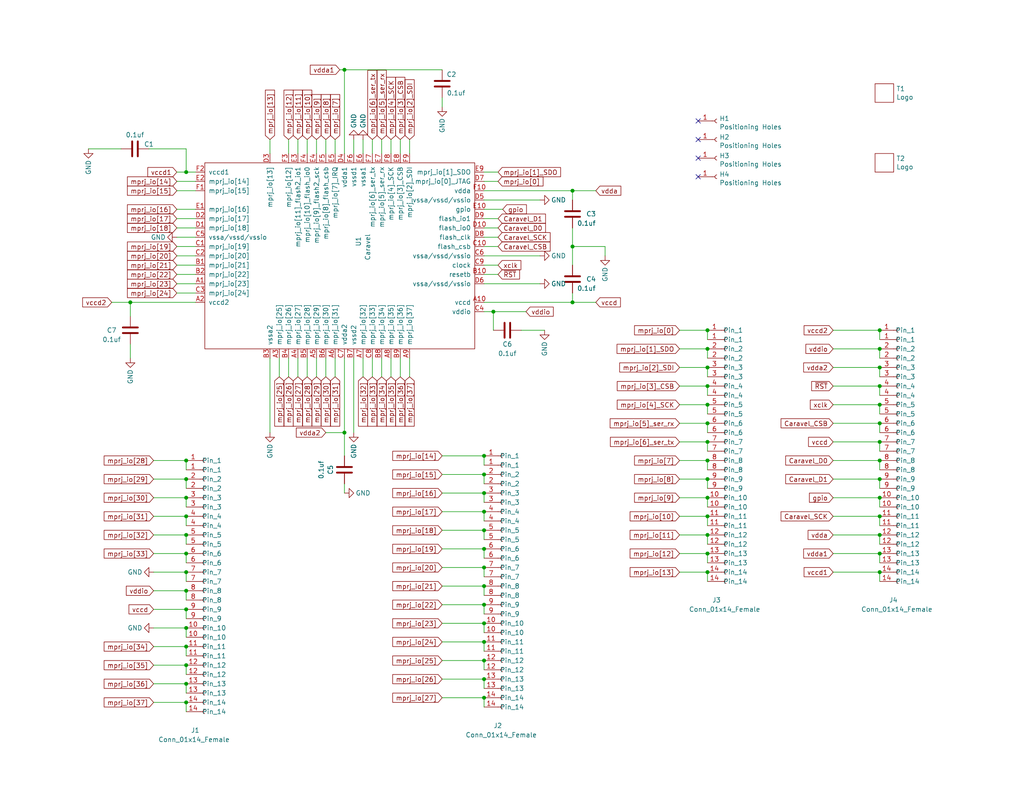
<source format=kicad_sch>
(kicad_sch (version 20211123) (generator eeschema)
  (paper "A")
  (lib_symbols
    (symbol "Caravel:Logo" (pin_names (offset 1.016))
      (property "Reference" "T" (at -1.27 2.54 0))
      (property "Value" "Logo" (at 1.27 -1.27 0))
      (symbol "Logo_0_1"
        (rectangle (start -1.27 1.27) (end 3.81 -3.81))
      )
    )
    (symbol "Caravel_board:Caravel_WCSP" (pin_names (offset 1.016))
      (property "Reference" "U" (at 0 2.54 0))
      (property "Value" "Caravel_WCSP" (at 0 -2.54 0))
      (symbol "Caravel_WCSP_0_1"
        (rectangle (start -24.13 31.75) (end 26.67 -41.91))
      )
      (symbol "Caravel_WCSP_1_1"
        (pin bidirectional line (at -6.35 34.29 270) (length 2.54) (name "mprj_io[23]") (number "A1"))
        (pin power_in line (at -11.43 -44.45 90) (length 2.54) (name "vccd") (number "A10"))
        (pin power_in line (at -11.43 34.29 270) (length 2.54) (name "vccd2") (number "A2"))
        (pin bidirectional line (at -26.67 11.43 0) (length 2.54) (name "mprj_io[25]") (number "A3"))
        (pin bidirectional line (at -26.67 6.35 0) (length 2.54) (name "mprj_io[27]") (number "A4"))
        (pin bidirectional line (at -26.67 1.27 0) (length 2.54) (name "mprj_io[29]") (number "A5"))
        (pin bidirectional line (at -26.67 -3.81 0) (length 2.54) (name "mprj_io[31]") (number "A6"))
        (pin bidirectional line (at -26.67 -11.43 0) (length 2.54) (name "mprj_io[32]") (number "A7"))
        (pin bidirectional line (at -26.67 -19.05 0) (length 2.54) (name "mprj_io[35]") (number "A8"))
        (pin bidirectional line (at -26.67 -24.13 0) (length 2.54) (name "mprj_io[37]") (number "A9"))
        (pin bidirectional line (at -1.27 34.29 270) (length 2.54) (name "mprj_io[21]") (number "B1"))
        (pin input line (at -3.81 -44.45 90) (length 2.54) (name "resetb") (number "B10"))
        (pin bidirectional line (at -3.81 34.29 270) (length 2.54) (name "mprj_io[22]") (number "B2"))
        (pin power_in line (at -26.67 13.97 0) (length 2.54) (name "vssa2") (number "B3"))
        (pin bidirectional line (at -26.67 8.89 0) (length 2.54) (name "mprj_io[26]") (number "B4"))
        (pin bidirectional line (at -26.67 3.81 0) (length 2.54) (name "mprj_io[28]") (number "B5"))
        (pin bidirectional line (at -26.67 -1.27 0) (length 2.54) (name "mprj_io[30]") (number "B6"))
        (pin power_in line (at -26.67 -8.89 0) (length 2.54) (name "vssd2") (number "B7"))
        (pin bidirectional line (at -26.67 -16.51 0) (length 2.54) (name "mprj_io[34]") (number "B8"))
        (pin bidirectional line (at -26.67 -21.59 0) (length 2.54) (name "mprj_io[36]") (number "B9"))
        (pin bidirectional line (at 3.81 34.29 270) (length 2.54) (name "mprj_io[19]") (number "C1"))
        (pin output line (at 3.81 -44.45 90) (length 2.54) (name "flash_csb") (number "C10"))
        (pin bidirectional line (at 1.27 34.29 270) (length 2.54) (name "mprj_io[20]") (number "C2"))
        (pin bidirectional line (at -8.89 34.29 270) (length 2.54) (name "mprj_io[24]") (number "C3"))
        (pin power_in line (at -13.97 -44.45 90) (length 2.54) (name "vddio") (number "C4"))
        (pin power_in line (at 6.35 34.29 270) (length 2.54) (name "vssa/vssd/vssio") (number "C5"))
        (pin power_in line (at 1.27 -44.45 90) (length 2.54) (name "vssa/vssd/vssio") (number "C6"))
        (pin power_in line (at -26.67 -6.35 0) (length 2.54) (name "vdda2") (number "C7"))
        (pin bidirectional line (at -26.67 -13.97 0) (length 2.54) (name "mprj_io[33]") (number "C8"))
        (pin input line (at -1.27 -44.45 90) (length 2.54) (name "clock") (number "C9"))
        (pin bidirectional line (at 8.89 34.29 270) (length 2.54) (name "mprj_io[18]") (number "D1"))
        (pin bidirectional line (at 8.89 -44.45 90) (length 2.54) (name "flash_io0") (number "D10"))
        (pin bidirectional line (at 11.43 34.29 270) (length 2.54) (name "mprj_io[17]") (number "D2"))
        (pin bidirectional line (at 29.21 13.97 180) (length 2.54) (name "mprj_io[13]") (number "D3"))
        (pin power_in line (at 29.21 -6.35 180) (length 2.54) (name "vdda1") (number "D4"))
        (pin power_in line (at 16.51 -44.45 90) (length 2.54) (name "vssa/vssd/vssio") (number "D5"))
        (pin power_in line (at -6.35 -44.45 90) (length 2.54) (name "vssa/vssd/vssio") (number "D6"))
        (pin bidirectional line (at 21.59 -44.45 90) (length 2.54) (name "mprj_io[0]_JTAG") (number "D7"))
        (pin output line (at 6.35 -44.45 90) (length 2.54) (name "flash_clk") (number "D8"))
        (pin bidirectional line (at 11.43 -44.45 90) (length 2.54) (name "flash_io1") (number "D9"))
        (pin bidirectional line (at 13.97 34.29 270) (length 2.54) (name "mprj_io[16]") (number "E1"))
        (pin bidirectional line (at 13.97 -44.45 90) (length 2.54) (name "gpio") (number "E10"))
        (pin bidirectional line (at 21.59 34.29 270) (length 2.54) (name "mprj_io[14]") (number "E2"))
        (pin bidirectional line (at 29.21 6.35 180) (length 2.54) (name "mprj_io[11]_flash2_io1") (number "E3"))
        (pin bidirectional line (at 29.21 1.27 180) (length 2.54) (name "mprj_io[9]_flash2_sck") (number "E4"))
        (pin bidirectional line (at 29.21 -3.81 180) (length 2.54) (name "mprj_io[7]_IRQ") (number "E5"))
        (pin power_in line (at 29.21 -11.43 180) (length 2.54) (name "vssa1") (number "E6"))
        (pin bidirectional line (at 29.21 -16.51 180) (length 2.54) (name "mprj_io[5]_ser_rx") (number "E7"))
        (pin bidirectional line (at 29.21 -21.59 180) (length 2.54) (name "mprj_io[3]_CSB") (number "E8"))
        (pin bidirectional line (at 24.13 -44.45 90) (length 2.54) (name "mprj_io[1]_SDO") (number "E9"))
        (pin bidirectional line (at 19.05 34.29 270) (length 2.54) (name "mprj_io[15]") (number "F1"))
        (pin power_in line (at 19.05 -44.45 90) (length 2.54) (name "vdda") (number "F10"))
        (pin power_in line (at 24.13 34.29 270) (length 2.54) (name "vccd1") (number "F2"))
        (pin bidirectional line (at 29.21 8.89 180) (length 2.54) (name "mprj_io[12]") (number "F3"))
        (pin bidirectional line (at 29.21 3.81 180) (length 2.54) (name "mprj_io[10]_flash_io0") (number "F4"))
        (pin bidirectional line (at 29.21 -1.27 180) (length 2.54) (name "mprj_io[8]_flash_csb") (number "F5"))
        (pin power_in line (at 29.21 -8.89 180) (length 2.54) (name "vssd1") (number "F6"))
        (pin bidirectional line (at 29.21 -13.97 180) (length 2.54) (name "mprj_io[6]_ser_tx") (number "F7"))
        (pin bidirectional line (at 29.21 -19.05 180) (length 2.54) (name "mprj_io[4]_SCK") (number "F8"))
        (pin bidirectional line (at 29.21 -24.13 180) (length 2.54) (name "mprj_io[2]_SDI") (number "F9"))
      )
    )
    (symbol "Caravel_board:caravel_breakout_connectors_1x14"
      (property "Reference" "J" (at 0 -30.48 0))
      (property "Value" "caravel_breakout_connectors_1x14" (at 0 0 0))
      (symbol "caravel_breakout_connectors_1x14_1_1"
        (arc (start 0 -32.512) (mid -0.508 -33.02) (end 0 -33.528) (stroke (width 0.1524)))
        (arc (start 0 -29.972) (mid -0.508 -30.48) (end 0 -30.988) (stroke (width 0.1524)))
        (arc (start 0 -27.432) (mid -0.508 -27.94) (end 0 -28.448) (stroke (width 0.1524)))
        (arc (start 0 -24.892) (mid -0.508 -25.4) (end 0 -25.908) (stroke (width 0.1524)))
        (arc (start 0 -22.352) (mid -0.508 -22.86) (end 0 -23.368) (stroke (width 0.1524)))
        (arc (start 0 -19.812) (mid -0.508 -20.32) (end 0 -20.828) (stroke (width 0.1524)))
        (arc (start 0 -17.272) (mid -0.508 -17.78) (end 0 -18.288) (stroke (width 0.1524)))
        (arc (start 0 -14.732) (mid -0.508 -15.24) (end 0 -15.748) (stroke (width 0.1524)))
        (arc (start 0 -12.192) (mid -0.508 -12.7) (end 0 -13.208) (stroke (width 0.1524)))
        (arc (start 0 -9.652) (mid -0.508 -10.16) (end 0 -10.668) (stroke (width 0.1524)))
        (arc (start 0 -7.112) (mid -0.508 -7.62) (end 0 -8.128) (stroke (width 0.1524)))
        (arc (start 0 -4.572) (mid -0.508 -5.08) (end 0 -5.588) (stroke (width 0.1524)))
        (arc (start 0 -2.032) (mid -0.508 -2.54) (end 0 -3.048) (stroke (width 0.1524)))
        (polyline (pts (xy -1.27 -33.02) (xy -0.508 -33.02)) (stroke (width 0.1524)))
        (polyline (pts (xy -1.27 -30.48) (xy -0.508 -30.48)) (stroke (width 0.1524)))
        (polyline (pts (xy -1.27 -27.94) (xy -0.508 -27.94)) (stroke (width 0.1524)))
        (polyline (pts (xy -1.27 -25.4) (xy -0.508 -25.4)) (stroke (width 0.1524)))
        (polyline (pts (xy -1.27 -22.86) (xy -0.508 -22.86)) (stroke (width 0.1524)))
        (polyline (pts (xy -1.27 -20.32) (xy -0.508 -20.32)) (stroke (width 0.1524)))
        (polyline (pts (xy -1.27 -17.78) (xy -0.508 -17.78)) (stroke (width 0.1524)))
        (polyline (pts (xy -1.27 -15.24) (xy -0.508 -15.24)) (stroke (width 0.1524)))
        (polyline (pts (xy -1.27 -12.7) (xy -0.508 -12.7)) (stroke (width 0.1524)))
        (polyline (pts (xy -1.27 -10.16) (xy -0.508 -10.16)) (stroke (width 0.1524)))
        (polyline (pts (xy -1.27 -7.62) (xy -0.508 -7.62)) (stroke (width 0.1524)))
        (polyline (pts (xy -1.27 -5.08) (xy -0.508 -5.08)) (stroke (width 0.1524)))
        (polyline (pts (xy -1.27 -2.54) (xy -0.508 -2.54)) (stroke (width 0.1524)))
        (polyline (pts (xy -1.27 0) (xy -0.508 0)) (stroke (width 0.1524)))
        (polyline (pts (xy -1.27 2.54) (xy -0.508 2.54)) (stroke (width 0.1524)))
        (polyline (pts (xy -1.27 5.08) (xy -0.508 5.08)) (stroke (width 0.1524)))
        (polyline (pts (xy -1.27 7.62) (xy -0.508 7.62)) (stroke (width 0.1524)))
        (polyline (pts (xy -1.27 10.16) (xy -0.508 10.16)) (stroke (width 0.1524)))
        (polyline (pts (xy -1.27 12.7) (xy -0.508 12.7)) (stroke (width 0.1524)))
        (polyline (pts (xy -1.27 15.24) (xy -0.508 15.24)) (stroke (width 0.1524)))
        (polyline (pts (xy -1.27 17.78) (xy -0.508 17.78)) (stroke (width 0.1524)))
        (polyline (pts (xy -1.27 20.32) (xy -0.508 20.32)) (stroke (width 0.1524)))
        (polyline (pts (xy -1.27 22.86) (xy -0.508 22.86)) (stroke (width 0.1524)))
        (polyline (pts (xy -1.27 25.4) (xy -0.508 25.4)) (stroke (width 0.1524)))
        (polyline (pts (xy -1.27 27.94) (xy -0.508 27.94)) (stroke (width 0.1524)))
        (polyline (pts (xy -1.27 30.48) (xy -0.508 30.48)) (stroke (width 0.1524)))
        (polyline (pts (xy -1.27 33.02) (xy -0.508 33.02)) (stroke (width 0.1524)))
        (polyline (pts (xy -1.27 35.56) (xy -0.508 35.56)) (stroke (width 0.1524)))
        (arc (start 0 0.508) (mid -0.508 0) (end 0 -0.508) (stroke (width 0.1524)))
        (arc (start 0 3.048) (mid -0.508 2.54) (end 0 2.032) (stroke (width 0.1524)))
        (arc (start 0 5.588) (mid -0.508 5.08) (end 0 4.572) (stroke (width 0.1524)))
        (arc (start 0 8.128) (mid -0.508 7.62) (end 0 7.112) (stroke (width 0.1524)))
        (arc (start 0 10.668) (mid -0.508 10.16) (end 0 9.652) (stroke (width 0.1524)))
        (arc (start 0 13.208) (mid -0.508 12.7) (end 0 12.192) (stroke (width 0.1524)))
        (arc (start 0 15.748) (mid -0.508 15.24) (end 0 14.732) (stroke (width 0.1524)))
        (arc (start 0 18.288) (mid -0.508 17.78) (end 0 17.272) (stroke (width 0.1524)))
        (arc (start 0 20.828) (mid -0.508 20.32) (end 0 19.812) (stroke (width 0.1524)))
        (arc (start 0 23.368) (mid -0.508 22.86) (end 0 22.352) (stroke (width 0.1524)))
        (arc (start 0 25.908) (mid -0.508 25.4) (end 0 24.892) (stroke (width 0.1524)))
        (arc (start 0 28.448) (mid -0.508 27.94) (end 0 27.432) (stroke (width 0.1524)))
        (arc (start 0 30.988) (mid -0.508 30.48) (end 0 29.972) (stroke (width 0.1524)))
        (arc (start 0 33.528) (mid -0.508 33.02) (end 0 32.512) (stroke (width 0.1524)))
        (arc (start 0 36.068) (mid -0.508 35.56) (end 0 35.052) (stroke (width 0.1524)))
        (pin passive line (at -5.08 33.02 0) (length 3.81) (name "Pin_1") (number "1"))
        (pin passive line (at -5.08 35.56 0) (length 3.81) (name "Pin_1") (number "1"))
        (pin passive line (at -5.08 -12.7 0) (length 3.81) (name "Pin_10") (number "10"))
        (pin passive line (at -5.08 -10.16 0) (length 3.81) (name "Pin_10") (number "10"))
        (pin passive line (at -5.08 -17.78 0) (length 3.81) (name "Pin_11") (number "11"))
        (pin passive line (at -5.08 -15.24 0) (length 3.81) (name "Pin_11") (number "11"))
        (pin passive line (at -5.08 -22.86 0) (length 3.81) (name "Pin_12") (number "12"))
        (pin passive line (at -5.08 -20.32 0) (length 3.81) (name "Pin_12") (number "12"))
        (pin passive line (at -5.08 -27.94 0) (length 3.81) (name "Pin_13") (number "13"))
        (pin passive line (at -5.08 -25.4 0) (length 3.81) (name "Pin_13") (number "13"))
        (pin passive line (at -5.08 -33.02 0) (length 3.81) (name "Pin_14") (number "14"))
        (pin passive line (at -5.08 -30.48 0) (length 3.81) (name "Pin_14") (number "14"))
        (pin passive line (at -5.08 27.94 0) (length 3.81) (name "Pin_2") (number "2"))
        (pin passive line (at -5.08 30.48 0) (length 3.81) (name "Pin_2") (number "2"))
        (pin passive line (at -5.08 22.86 0) (length 3.81) (name "Pin_3") (number "3"))
        (pin passive line (at -5.08 25.4 0) (length 3.81) (name "Pin_3") (number "3"))
        (pin passive line (at -5.08 17.78 0) (length 3.81) (name "Pin_4") (number "4"))
        (pin passive line (at -5.08 20.32 0) (length 3.81) (name "Pin_4") (number "4"))
        (pin passive line (at -5.08 12.7 0) (length 3.81) (name "Pin_5") (number "5"))
        (pin passive line (at -5.08 15.24 0) (length 3.81) (name "Pin_5") (number "5"))
        (pin passive line (at -5.08 7.62 0) (length 3.81) (name "Pin_6") (number "6"))
        (pin passive line (at -5.08 10.16 0) (length 3.81) (name "Pin_6") (number "6"))
        (pin passive line (at -5.08 2.54 0) (length 3.81) (name "Pin_7") (number "7"))
        (pin passive line (at -5.08 5.08 0) (length 3.81) (name "Pin_7") (number "7"))
        (pin passive line (at -5.08 -2.54 0) (length 3.81) (name "Pin_8") (number "8"))
        (pin passive line (at -5.08 0 0) (length 3.81) (name "Pin_8") (number "8"))
        (pin passive line (at -5.08 -7.62 0) (length 3.81) (name "Pin_9") (number "9"))
        (pin passive line (at -5.08 -5.08 0) (length 3.81) (name "Pin_9") (number "9"))
      )
    )
    (symbol "Connector:Conn_01x01_Female" (pin_names (offset 1.016) hide)
      (property "Reference" "J" (at 0 2.54 0))
      (property "Value" "Conn_01x01_Female" (at 0 -2.54 0))
      (symbol "Conn_01x01_Female_1_1"
        (polyline (pts (xy -1.27 0) (xy -0.508 0)) (stroke (width 0.1524)))
        (arc (start 0 0.508) (mid -0.508 0) (end 0 -0.508) (stroke (width 0.1524)))
        (pin passive line (at -5.08 0 0) (length 3.81) (name "Pin_1") (number "1"))
      )
    )
    (symbol "Device:C" (pin_numbers hide) (pin_names (offset 0.254))
      (property "Reference" "C" (at 0.635 2.54 0))
      (property "Value" "C" (at 0.635 -2.54 0))
      (symbol "C_0_1"
        (polyline (pts (xy -2.032 -0.762) (xy 2.032 -0.762)) (stroke (width 0.508)))
        (polyline (pts (xy -2.032 0.762) (xy 2.032 0.762)) (stroke (width 0.508)))
      )
      (symbol "C_1_1"
        (pin passive line (at 0 3.81 270) (length 2.794) (name "~") (number "1"))
        (pin passive line (at 0 -3.81 90) (length 2.794) (name "~") (number "2"))
      )
    )
    (symbol "power:GND" (power) (pin_names (offset 0))
      (property "Value" "GND" (at 0 -3.81 0))
      (symbol "GND_0_1"
        (polyline (pts (xy 0 0) (xy 0 -1.27) (xy 1.27 -1.27) (xy 0 -2.54) (xy -1.27 -1.27) (xy 0 -1.27)))
      )
      (symbol "GND_1_1"
        (pin power_in line (at 0 0 270) (length 0) hide (name "GND") (number "1"))
      )
    )
  )
  (junction (at 193.04 90.17))
  (junction (at 240.03 140.97))
  (junction (at 132.08 175.26))
  (junction (at 50.8 130.81))
  (junction (at 50.8 161.29))
  (junction (at 193.04 140.97))
  (junction (at 50.8 176.53))
  (junction (at 193.04 125.73))
  (junction (at 193.04 95.25))
  (junction (at 156.21 67.31))
  (junction (at 50.8 151.13))
  (junction (at 240.03 100.33))
  (junction (at 240.03 135.89))
  (junction (at 240.03 130.81))
  (junction (at 50.8 166.37))
  (junction (at 132.08 170.18))
  (junction (at 132.08 144.78))
  (junction (at 132.08 185.42))
  (junction (at 240.03 156.21))
  (junction (at 193.04 130.81))
  (junction (at 240.03 125.73))
  (junction (at 132.08 190.5))
  (junction (at 193.04 156.21))
  (junction (at 132.08 160.02))
  (junction (at 35.56 82.55))
  (junction (at 50.8 191.77))
  (junction (at 132.08 139.7))
  (junction (at 240.03 115.57))
  (junction (at 132.08 149.86))
  (junction (at 132.08 165.1))
  (junction (at 240.03 90.17))
  (junction (at 132.08 154.94))
  (junction (at 132.08 124.46))
  (junction (at 193.04 120.65))
  (junction (at 50.8 46.99))
  (junction (at 156.21 82.55))
  (junction (at 240.03 95.25))
  (junction (at 50.8 156.21))
  (junction (at 240.03 110.49))
  (junction (at 193.04 146.05))
  (junction (at 240.03 146.05))
  (junction (at 50.8 135.89))
  (junction (at 240.03 105.41))
  (junction (at 93.98 118.11))
  (junction (at 240.03 120.65))
  (junction (at 193.04 100.33))
  (junction (at 193.04 135.89))
  (junction (at 132.08 129.54))
  (junction (at 240.03 151.13))
  (junction (at 93.98 19.05))
  (junction (at 50.8 186.69))
  (junction (at 193.04 115.57))
  (junction (at 156.21 52.07))
  (junction (at 132.08 180.34))
  (junction (at 50.8 140.97))
  (junction (at 50.8 171.45))
  (junction (at 132.08 134.62))
  (junction (at 193.04 110.49))
  (junction (at 50.8 146.05))
  (junction (at 50.8 181.61))
  (junction (at 193.04 151.13))
  (junction (at 193.04 105.41))
  (junction (at 50.8 125.73))
  (junction (at 134.62 85.09))
  (no_connect (at 190.5 43.18))
  (no_connect (at 190.5 48.26))
  (no_connect (at 190.5 38.1))
  (no_connect (at 190.5 33.02))
  (wire (pts (xy 132.08 170.18) (xy 132.08 172.72)))
  (wire (pts (xy 50.8 181.61) (xy 50.8 184.15)))
  (wire (pts (xy 240.03 158.75) (xy 240.03 156.21)))
  (wire (pts (xy 156.21 82.55) (xy 132.08 82.55)))
  (wire (pts (xy 240.03 138.43) (xy 240.03 135.89)))
  (wire (pts (xy 193.04 146.05) (xy 193.04 148.59)))
  (wire (pts (xy 132.08 129.54) (xy 120.65 129.54)))
  (wire (pts (xy 185.42 156.21) (xy 193.04 156.21)))
  (wire (pts (xy 135.89 49.53) (xy 132.08 49.53)))
  (wire (pts (xy 193.04 107.95) (xy 193.04 105.41)))
  (wire (pts (xy 50.8 161.29) (xy 41.91 161.29)))
  (wire (pts (xy 156.21 52.07) (xy 156.21 54.61)))
  (wire (pts (xy 193.04 113.03) (xy 193.04 110.49)))
  (wire (pts (xy 50.8 151.13) (xy 50.8 153.67)))
  (wire (pts (xy 120.65 190.5) (xy 132.08 190.5)))
  (wire (pts (xy 109.22 38.1) (xy 109.22 41.91)))
  (wire (pts (xy 78.74 102.87) (xy 78.74 97.79)))
  (wire (pts (xy 193.04 135.89) (xy 193.04 138.43)))
  (wire (pts (xy 88.9 38.1) (xy 88.9 41.91)))
  (wire (pts (xy 53.34 80.01) (xy 48.26 80.01)))
  (wire (pts (xy 83.82 38.1) (xy 83.82 41.91)))
  (wire (pts (xy 73.66 38.1) (xy 73.66 41.91)))
  (wire (pts (xy 35.56 93.98) (xy 35.56 97.79)))
  (wire (pts (xy 193.04 123.19) (xy 193.04 120.65)))
  (wire (pts (xy 35.56 82.55) (xy 53.34 82.55)))
  (wire (pts (xy 50.8 130.81) (xy 50.8 133.35)))
  (wire (pts (xy 227.33 110.49) (xy 240.03 110.49)))
  (wire (pts (xy 135.89 64.77) (xy 132.08 64.77)))
  (wire (pts (xy 88.9 102.87) (xy 88.9 97.79)))
  (wire (pts (xy 83.82 102.87) (xy 83.82 97.79)))
  (wire (pts (xy 185.42 115.57) (xy 193.04 115.57)))
  (wire (pts (xy 134.62 85.09) (xy 134.62 90.17)))
  (wire (pts (xy 240.03 118.11) (xy 240.03 115.57)))
  (wire (pts (xy 50.8 191.77) (xy 50.8 194.31)))
  (wire (pts (xy 78.74 38.1) (xy 78.74 41.91)))
  (wire (pts (xy 50.8 166.37) (xy 41.91 166.37)))
  (wire (pts (xy 104.14 38.1) (xy 104.14 41.91)))
  (wire (pts (xy 185.42 100.33) (xy 193.04 100.33)))
  (wire (pts (xy 240.03 143.51) (xy 240.03 140.97)))
  (wire (pts (xy 50.8 156.21) (xy 41.91 156.21)))
  (wire (pts (xy 132.08 160.02) (xy 120.65 160.02)))
  (wire (pts (xy 41.91 130.81) (xy 50.8 130.81)))
  (wire (pts (xy 227.33 151.13) (xy 240.03 151.13)))
  (wire (pts (xy 50.8 125.73) (xy 50.8 128.27)))
  (wire (pts (xy 240.03 102.87) (xy 240.03 100.33)))
  (wire (pts (xy 148.59 90.17) (xy 142.24 90.17)))
  (wire (pts (xy 227.33 115.57) (xy 240.03 115.57)))
  (wire (pts (xy 227.33 120.65) (xy 240.03 120.65)))
  (wire (pts (xy 227.33 146.05) (xy 240.03 146.05)))
  (wire (pts (xy 193.04 133.35) (xy 193.04 130.81)))
  (wire (pts (xy 50.8 171.45) (xy 41.91 171.45)))
  (wire (pts (xy 106.68 38.1) (xy 106.68 41.91)))
  (wire (pts (xy 185.42 95.25) (xy 193.04 95.25)))
  (wire (pts (xy 134.62 85.09) (xy 132.08 85.09)))
  (wire (pts (xy 132.08 149.86) (xy 132.08 152.4)))
  (wire (pts (xy 165.1 67.31) (xy 165.1 69.85)))
  (wire (pts (xy 41.91 181.61) (xy 50.8 181.61)))
  (wire (pts (xy 120.65 175.26) (xy 132.08 175.26)))
  (wire (pts (xy 132.08 165.1) (xy 132.08 167.64)))
  (wire (pts (xy 48.26 46.99) (xy 50.8 46.99)))
  (wire (pts (xy 41.91 191.77) (xy 50.8 191.77)))
  (wire (pts (xy 50.8 146.05) (xy 50.8 148.59)))
  (wire (pts (xy 240.03 113.03) (xy 240.03 110.49)))
  (wire (pts (xy 132.08 149.86) (xy 120.65 149.86)))
  (wire (pts (xy 53.34 69.85) (xy 48.26 69.85)))
  (wire (pts (xy 50.8 46.99) (xy 50.8 40.64)))
  (wire (pts (xy 134.62 85.09) (xy 143.51 85.09)))
  (wire (pts (xy 50.8 186.69) (xy 41.91 186.69)))
  (wire (pts (xy 50.8 140.97) (xy 50.8 143.51)))
  (wire (pts (xy 193.04 128.27) (xy 193.04 125.73)))
  (wire (pts (xy 227.33 130.81) (xy 240.03 130.81)))
  (wire (pts (xy 193.04 97.79) (xy 193.04 95.25)))
  (wire (pts (xy 93.98 19.05) (xy 92.71 19.05)))
  (wire (pts (xy 53.34 49.53) (xy 48.26 49.53)))
  (wire (pts (xy 193.04 151.13) (xy 193.04 153.67)))
  (wire (pts (xy 135.89 67.31) (xy 132.08 67.31)))
  (wire (pts (xy 240.03 123.19) (xy 240.03 120.65)))
  (wire (pts (xy 96.52 41.91) (xy 96.52 38.1)))
  (wire (pts (xy 50.8 135.89) (xy 50.8 138.43)))
  (wire (pts (xy 193.04 92.71) (xy 193.04 90.17)))
  (wire (pts (xy 156.21 67.31) (xy 165.1 67.31)))
  (wire (pts (xy 193.04 156.21) (xy 193.04 158.75)))
  (wire (pts (xy 240.03 107.95) (xy 240.03 105.41)))
  (wire (pts (xy 104.14 102.87) (xy 104.14 97.79)))
  (wire (pts (xy 185.42 120.65) (xy 193.04 120.65)))
  (wire (pts (xy 132.08 190.5) (xy 132.08 193.04)))
  (wire (pts (xy 147.32 69.85) (xy 132.08 69.85)))
  (wire (pts (xy 132.08 175.26) (xy 132.08 177.8)))
  (wire (pts (xy 132.08 134.62) (xy 132.08 137.16)))
  (wire (pts (xy 147.32 77.47) (xy 132.08 77.47)))
  (wire (pts (xy 132.08 52.07) (xy 156.21 52.07)))
  (wire (pts (xy 53.34 62.23) (xy 48.26 62.23)))
  (wire (pts (xy 48.26 64.77) (xy 53.34 64.77)))
  (wire (pts (xy 86.36 102.87) (xy 86.36 97.79)))
  (wire (pts (xy 48.26 52.07) (xy 53.34 52.07)))
  (wire (pts (xy 147.32 54.61) (xy 132.08 54.61)))
  (wire (pts (xy 185.42 151.13) (xy 193.04 151.13)))
  (wire (pts (xy 50.8 46.99) (xy 53.34 46.99)))
  (wire (pts (xy 193.04 118.11) (xy 193.04 115.57)))
  (wire (pts (xy 185.42 110.49) (xy 193.04 110.49)))
  (wire (pts (xy 132.08 185.42) (xy 132.08 187.96)))
  (wire (pts (xy 53.34 59.69) (xy 48.26 59.69)))
  (wire (pts (xy 185.42 135.89) (xy 193.04 135.89)))
  (wire (pts (xy 135.89 59.69) (xy 132.08 59.69)))
  (wire (pts (xy 50.8 176.53) (xy 50.8 179.07)))
  (wire (pts (xy 132.08 180.34) (xy 132.08 182.88)))
  (wire (pts (xy 137.16 57.15) (xy 132.08 57.15)))
  (wire (pts (xy 93.98 19.05) (xy 120.65 19.05)))
  (wire (pts (xy 227.33 100.33) (xy 240.03 100.33)))
  (wire (pts (xy 53.34 77.47) (xy 48.26 77.47)))
  (wire (pts (xy 86.36 38.1) (xy 86.36 41.91)))
  (wire (pts (xy 50.8 156.21) (xy 50.8 158.75)))
  (wire (pts (xy 50.8 186.69) (xy 50.8 189.23)))
  (wire (pts (xy 185.42 105.41) (xy 193.04 105.41)))
  (wire (pts (xy 135.89 74.93) (xy 132.08 74.93)))
  (wire (pts (xy 93.98 118.11) (xy 88.9 118.11)))
  (wire (pts (xy 185.42 140.97) (xy 193.04 140.97)))
  (wire (pts (xy 93.98 19.05) (xy 93.98 41.91)))
  (wire (pts (xy 240.03 92.71) (xy 240.03 90.17)))
  (wire (pts (xy 109.22 102.87) (xy 109.22 97.79)))
  (wire (pts (xy 81.28 38.1) (xy 81.28 41.91)))
  (wire (pts (xy 132.08 154.94) (xy 132.08 157.48)))
  (wire (pts (xy 35.56 82.55) (xy 30.48 82.55)))
  (wire (pts (xy 135.89 46.99) (xy 132.08 46.99)))
  (wire (pts (xy 53.34 74.93) (xy 48.26 74.93)))
  (wire (pts (xy 132.08 139.7) (xy 120.65 139.7)))
  (wire (pts (xy 240.03 153.67) (xy 240.03 151.13)))
  (wire (pts (xy 91.44 102.87) (xy 91.44 97.79)))
  (wire (pts (xy 53.34 72.39) (xy 48.26 72.39)))
  (wire (pts (xy 132.08 170.18) (xy 120.65 170.18)))
  (wire (pts (xy 240.03 133.35) (xy 240.03 130.81)))
  (wire (pts (xy 240.03 148.59) (xy 240.03 146.05)))
  (wire (pts (xy 50.8 40.64) (xy 40.64 40.64)))
  (wire (pts (xy 132.08 144.78) (xy 120.65 144.78)))
  (wire (pts (xy 227.33 135.89) (xy 240.03 135.89)))
  (wire (pts (xy 93.98 118.11) (xy 93.98 97.79)))
  (wire (pts (xy 93.98 124.46) (xy 93.98 118.11)))
  (wire (pts (xy 227.33 140.97) (xy 240.03 140.97)))
  (wire (pts (xy 81.28 102.87) (xy 81.28 97.79)))
  (wire (pts (xy 227.33 156.21) (xy 240.03 156.21)))
  (wire (pts (xy 132.08 160.02) (xy 132.08 162.56)))
  (wire (pts (xy 227.33 105.41) (xy 240.03 105.41)))
  (wire (pts (xy 156.21 67.31) (xy 156.21 72.39)))
  (wire (pts (xy 120.65 185.42) (xy 132.08 185.42)))
  (wire (pts (xy 50.8 171.45) (xy 50.8 173.99)))
  (wire (pts (xy 41.91 135.89) (xy 50.8 135.89)))
  (wire (pts (xy 35.56 82.55) (xy 35.56 86.36)))
  (wire (pts (xy 76.2 102.87) (xy 76.2 97.79)))
  (wire (pts (xy 50.8 166.37) (xy 50.8 168.91)))
  (wire (pts (xy 135.89 72.39) (xy 132.08 72.39)))
  (wire (pts (xy 132.08 124.46) (xy 132.08 127)))
  (wire (pts (xy 41.91 125.73) (xy 50.8 125.73)))
  (wire (pts (xy 185.42 130.81) (xy 193.04 130.81)))
  (wire (pts (xy 111.76 102.87) (xy 111.76 97.79)))
  (wire (pts (xy 41.91 146.05) (xy 50.8 146.05)))
  (wire (pts (xy 132.08 180.34) (xy 120.65 180.34)))
  (wire (pts (xy 162.56 82.55) (xy 156.21 82.55)))
  (wire (pts (xy 120.65 29.21) (xy 120.65 26.67)))
  (wire (pts (xy 156.21 62.23) (xy 156.21 67.31)))
  (wire (pts (xy 101.6 102.87) (xy 101.6 97.79)))
  (wire (pts (xy 101.6 38.1) (xy 101.6 41.91)))
  (wire (pts (xy 185.42 146.05) (xy 193.04 146.05)))
  (wire (pts (xy 93.98 132.08) (xy 93.98 134.62)))
  (wire (pts (xy 185.42 90.17) (xy 193.04 90.17)))
  (wire (pts (xy 132.08 139.7) (xy 132.08 142.24)))
  (wire (pts (xy 240.03 128.27) (xy 240.03 125.73)))
  (wire (pts (xy 50.8 161.29) (xy 50.8 163.83)))
  (wire (pts (xy 227.33 125.73) (xy 240.03 125.73)))
  (wire (pts (xy 96.52 118.11) (xy 96.52 97.79)))
  (wire (pts (xy 193.04 140.97) (xy 193.04 143.51)))
  (wire (pts (xy 240.03 90.17) (xy 227.33 90.17)))
  (wire (pts (xy 99.06 102.87) (xy 99.06 97.79)))
  (wire (pts (xy 193.04 102.87) (xy 193.04 100.33)))
  (wire (pts (xy 227.33 95.25) (xy 240.03 95.25)))
  (wire (pts (xy 41.91 140.97) (xy 50.8 140.97)))
  (wire (pts (xy 240.03 97.79) (xy 240.03 95.25)))
  (wire (pts (xy 106.68 102.87) (xy 106.68 97.79)))
  (wire (pts (xy 132.08 144.78) (xy 132.08 147.32)))
  (wire (pts (xy 120.65 165.1) (xy 132.08 165.1)))
  (wire (pts (xy 111.76 41.91) (xy 111.76 38.1)))
  (wire (pts (xy 24.13 40.64) (xy 33.02 40.64)))
  (wire (pts (xy 162.56 52.07) (xy 156.21 52.07)))
  (wire (pts (xy 73.66 118.11) (xy 73.66 97.79)))
  (wire (pts (xy 53.34 57.15) (xy 48.26 57.15)))
  (wire (pts (xy 41.91 176.53) (xy 50.8 176.53)))
  (wire (pts (xy 185.42 125.73) (xy 193.04 125.73)))
  (wire (pts (xy 41.91 151.13) (xy 50.8 151.13)))
  (wire (pts (xy 132.08 124.46) (xy 120.65 124.46)))
  (wire (pts (xy 132.08 134.62) (xy 120.65 134.62)))
  (wire (pts (xy 135.89 62.23) (xy 132.08 62.23)))
  (wire (pts (xy 53.34 67.31) (xy 48.26 67.31)))
  (wire (pts (xy 132.08 129.54) (xy 132.08 132.08)))
  (wire (pts (xy 132.08 154.94) (xy 120.65 154.94)))
  (wire (pts (xy 99.06 38.1) (xy 99.06 41.91)))
  (wire (pts (xy 91.44 38.1) (xy 91.44 41.91)))
  (wire (pts (xy 156.21 80.01) (xy 156.21 82.55)))
  (global_label "mprj_io[1]_SDO" (shape input) (at 135.89 46.99 0) (property "Intersheet References" "${INTERSHEET_REFS}" (effects hide)))
  (global_label "mprj_io[21]" (shape input) (at 120.65 160.02 180) (property "Intersheet References" "${INTERSHEET_REFS}" (effects hide)))
  (global_label "gpio" (shape input) (at 137.16 57.15 0) (property "Intersheet References" "${INTERSHEET_REFS}" (effects hide)))
  (global_label "mprj_io[17]" (shape input) (at 48.26 59.69 180) (property "Intersheet References" "${INTERSHEET_REFS}" (effects hide)))
  (global_label "mprj_io[32]" (shape input) (at 99.06 102.87 270) (property "Intersheet References" "${INTERSHEET_REFS}" (effects hide)))
  (global_label "vdda" (shape input) (at 227.33 146.05 180) (property "Intersheet References" "${INTERSHEET_REFS}" (effects hide)))
  (global_label "vddio" (shape input) (at 41.91 161.29 180) (property "Intersheet References" "${INTERSHEET_REFS}" (effects hide)))
  (global_label "mprj_io[1]_SDO" (shape input) (at 185.42 95.25 180) (property "Intersheet References" "${INTERSHEET_REFS}" (effects hide)))
  (global_label "mprj_io[35]" (shape input) (at 106.68 102.87 270) (property "Intersheet References" "${INTERSHEET_REFS}" (effects hide)))
  (global_label "mprj_io[37]" (shape input) (at 111.76 102.87 270) (property "Intersheet References" "${INTERSHEET_REFS}" (effects hide)))
  (global_label "vccd" (shape input) (at 227.33 120.65 180) (property "Intersheet References" "${INTERSHEET_REFS}" (effects hide)))
  (global_label "mprj_io[12]" (shape input) (at 78.74 38.1 90) (property "Intersheet References" "${INTERSHEET_REFS}" (effects hide)))
  (global_label "vccd" (shape input) (at 41.91 166.37 180) (property "Intersheet References" "${INTERSHEET_REFS}" (effects hide)))
  (global_label "mprj_io[33]" (shape input) (at 101.6 102.87 270) (property "Intersheet References" "${INTERSHEET_REFS}" (effects hide)))
  (global_label "mprj_io[3]_CSB" (shape input) (at 185.42 105.41 180) (property "Intersheet References" "${INTERSHEET_REFS}" (effects hide)))
  (global_label "vdda" (shape input) (at 162.56 52.07 0) (property "Intersheet References" "${INTERSHEET_REFS}" (effects hide)))
  (global_label "mprj_io[13]" (shape input) (at 73.66 38.1 90) (property "Intersheet References" "${INTERSHEET_REFS}" (effects hide)))
  (global_label "vccd1" (shape input) (at 227.33 156.21 180) (property "Intersheet References" "${INTERSHEET_REFS}" (effects hide)))
  (global_label "vccd1" (shape input) (at 48.26 46.99 180) (property "Intersheet References" "${INTERSHEET_REFS}" (effects hide)))
  (global_label "mprj_io[8]" (shape input) (at 88.9 38.1 90) (property "Intersheet References" "${INTERSHEET_REFS}" (effects hide)))
  (global_label "vddio" (shape input) (at 227.33 95.25 180) (property "Intersheet References" "${INTERSHEET_REFS}" (effects hide)))
  (global_label "mprj_io[28]" (shape input) (at 83.82 102.87 270) (property "Intersheet References" "${INTERSHEET_REFS}" (effects hide)))
  (global_label "mprj_io[24]" (shape input) (at 120.65 175.26 180) (property "Intersheet References" "${INTERSHEET_REFS}" (effects hide)))
  (global_label "mprj_io[34]" (shape input) (at 41.91 176.53 180) (property "Intersheet References" "${INTERSHEET_REFS}" (effects hide)))
  (global_label "~{RST}" (shape input) (at 227.33 105.41 180) (property "Intersheet References" "${INTERSHEET_REFS}" (effects hide)))
  (global_label "mprj_io[21]" (shape input) (at 48.26 72.39 180) (property "Intersheet References" "${INTERSHEET_REFS}" (effects hide)))
  (global_label "mprj_io[5]_ser_rx" (shape input) (at 104.14 38.1 90) (property "Intersheet References" "${INTERSHEET_REFS}" (effects hide)))
  (global_label "mprj_io[6]_ser_tx" (shape input) (at 185.42 120.65 180) (property "Intersheet References" "${INTERSHEET_REFS}" (effects hide)))
  (global_label "mprj_io[23]" (shape input) (at 120.65 170.18 180) (property "Intersheet References" "${INTERSHEET_REFS}" (effects hide)))
  (global_label "mprj_io[26]" (shape input) (at 78.74 102.87 270) (property "Intersheet References" "${INTERSHEET_REFS}" (effects hide)))
  (global_label "mprj_io[27]" (shape input) (at 120.65 190.5 180) (property "Intersheet References" "${INTERSHEET_REFS}" (effects hide)))
  (global_label "mprj_io[0]" (shape input) (at 135.89 49.53 0) (property "Intersheet References" "${INTERSHEET_REFS}" (effects hide)))
  (global_label "mprj_io[7]" (shape input) (at 91.44 38.1 90) (property "Intersheet References" "${INTERSHEET_REFS}" (effects hide)))
  (global_label "mprj_io[19]" (shape input) (at 48.26 67.31 180) (property "Intersheet References" "${INTERSHEET_REFS}" (effects hide)))
  (global_label "~{RST}" (shape input) (at 135.89 74.93 0) (property "Intersheet References" "${INTERSHEET_REFS}" (effects hide)))
  (global_label "mprj_io[3]_CSB" (shape input) (at 109.22 38.1 90) (property "Intersheet References" "${INTERSHEET_REFS}" (effects hide)))
  (global_label "mprj_io[29]" (shape input) (at 41.91 130.81 180) (property "Intersheet References" "${INTERSHEET_REFS}" (effects hide)))
  (global_label "mprj_io[27]" (shape input) (at 81.28 102.87 270) (property "Intersheet References" "${INTERSHEET_REFS}" (effects hide)))
  (global_label "gpio" (shape input) (at 227.33 135.89 180) (property "Intersheet References" "${INTERSHEET_REFS}" (effects hide)))
  (global_label "mprj_io[12]" (shape input) (at 185.42 151.13 180) (property "Intersheet References" "${INTERSHEET_REFS}" (effects hide)))
  (global_label "mprj_io[37]" (shape input) (at 41.91 191.77 180) (property "Intersheet References" "${INTERSHEET_REFS}" (effects hide)))
  (global_label "Caravel_CSB" (shape input) (at 227.33 115.57 180) (property "Intersheet References" "${INTERSHEET_REFS}" (effects hide)))
  (global_label "mprj_io[20]" (shape input) (at 120.65 154.94 180) (property "Intersheet References" "${INTERSHEET_REFS}" (effects hide)))
  (global_label "mprj_io[10]" (shape input) (at 185.42 140.97 180) (property "Intersheet References" "${INTERSHEET_REFS}" (effects hide)))
  (global_label "mprj_io[20]" (shape input) (at 48.26 69.85 180) (property "Intersheet References" "${INTERSHEET_REFS}" (effects hide)))
  (global_label "mprj_io[32]" (shape input) (at 41.91 146.05 180) (property "Intersheet References" "${INTERSHEET_REFS}" (effects hide)))
  (global_label "vccd2" (shape input) (at 227.33 90.17 180) (property "Intersheet References" "${INTERSHEET_REFS}" (effects hide)))
  (global_label "Caravel_SCK" (shape input) (at 227.33 140.97 180) (property "Intersheet References" "${INTERSHEET_REFS}" (effects hide)))
  (global_label "mprj_io[16]" (shape input) (at 48.26 57.15 180) (property "Intersheet References" "${INTERSHEET_REFS}" (effects hide)))
  (global_label "mprj_io[24]" (shape input) (at 48.26 80.01 180) (property "Intersheet References" "${INTERSHEET_REFS}" (effects hide)))
  (global_label "mprj_io[15]" (shape input) (at 120.65 129.54 180) (property "Intersheet References" "${INTERSHEET_REFS}" (effects hide)))
  (global_label "mprj_io[14]" (shape input) (at 48.26 49.53 180) (property "Intersheet References" "${INTERSHEET_REFS}" (effects hide)))
  (global_label "mprj_io[4]_SCK" (shape input) (at 185.42 110.49 180) (property "Intersheet References" "${INTERSHEET_REFS}" (effects hide)))
  (global_label "Caravel_D1" (shape input) (at 227.33 130.81 180) (property "Intersheet References" "${INTERSHEET_REFS}" (effects hide)))
  (global_label "mprj_io[11]" (shape input) (at 185.42 146.05 180) (property "Intersheet References" "${INTERSHEET_REFS}" (effects hide)))
  (global_label "mprj_io[6]_ser_tx" (shape input) (at 101.6 38.1 90) (property "Intersheet References" "${INTERSHEET_REFS}" (effects hide)))
  (global_label "vdda1" (shape input) (at 227.33 151.13 180) (property "Intersheet References" "${INTERSHEET_REFS}" (effects hide)))
  (global_label "mprj_io[16]" (shape input) (at 120.65 134.62 180) (property "Intersheet References" "${INTERSHEET_REFS}" (effects hide)))
  (global_label "mprj_io[4]_SCK" (shape input) (at 106.68 38.1 90) (property "Intersheet References" "${INTERSHEET_REFS}" (effects hide)))
  (global_label "mprj_io[25]" (shape input) (at 120.65 180.34 180) (property "Intersheet References" "${INTERSHEET_REFS}" (effects hide)))
  (global_label "mprj_io[28]" (shape input) (at 41.91 125.73 180) (property "Intersheet References" "${INTERSHEET_REFS}" (effects hide)))
  (global_label "mprj_io[9]" (shape input) (at 185.42 135.89 180) (property "Intersheet References" "${INTERSHEET_REFS}" (effects hide)))
  (global_label "mprj_io[15]" (shape input) (at 48.26 52.07 180) (property "Intersheet References" "${INTERSHEET_REFS}" (effects hide)))
  (global_label "vdda1" (shape input) (at 92.71 19.05 180) (property "Intersheet References" "${INTERSHEET_REFS}" (effects hide)))
  (global_label "mprj_io[26]" (shape input) (at 120.65 185.42 180) (property "Intersheet References" "${INTERSHEET_REFS}" (effects hide)))
  (global_label "mprj_io[11]" (shape input) (at 81.28 38.1 90) (property "Intersheet References" "${INTERSHEET_REFS}" (effects hide)))
  (global_label "mprj_io[36]" (shape input) (at 41.91 186.69 180) (property "Intersheet References" "${INTERSHEET_REFS}" (effects hide)))
  (global_label "vdda2" (shape input) (at 227.33 100.33 180) (property "Intersheet References" "${INTERSHEET_REFS}" (effects hide)))
  (global_label "mprj_io[33]" (shape input) (at 41.91 151.13 180) (property "Intersheet References" "${INTERSHEET_REFS}" (effects hide)))
  (global_label "vccd" (shape input) (at 162.56 82.55 0) (property "Intersheet References" "${INTERSHEET_REFS}" (effects hide)))
  (global_label "Caravel_D1" (shape input) (at 135.89 59.69 0) (property "Intersheet References" "${INTERSHEET_REFS}" (effects hide)))
  (global_label "mprj_io[2]_SDI" (shape input) (at 111.76 38.1 90) (property "Intersheet References" "${INTERSHEET_REFS}" (effects hide)))
  (global_label "mprj_io[5]_ser_rx" (shape input) (at 185.42 115.57 180) (property "Intersheet References" "${INTERSHEET_REFS}" (effects hide)))
  (global_label "mprj_io[10]" (shape input) (at 83.82 38.1 90) (property "Intersheet References" "${INTERSHEET_REFS}" (effects hide)))
  (global_label "mprj_io[35]" (shape input) (at 41.91 181.61 180) (property "Intersheet References" "${INTERSHEET_REFS}" (effects hide)))
  (global_label "xclk" (shape input) (at 227.33 110.49 180) (property "Intersheet References" "${INTERSHEET_REFS}" (effects hide)))
  (global_label "xclk" (shape input) (at 135.89 72.39 0) (property "Intersheet References" "${INTERSHEET_REFS}" (effects hide)))
  (global_label "mprj_io[17]" (shape input) (at 120.65 139.7 180) (property "Intersheet References" "${INTERSHEET_REFS}" (effects hide)))
  (global_label "Caravel_SCK" (shape input) (at 135.89 64.77 0) (property "Intersheet References" "${INTERSHEET_REFS}" (effects hide)))
  (global_label "mprj_io[22]" (shape input) (at 120.65 165.1 180) (property "Intersheet References" "${INTERSHEET_REFS}" (effects hide)))
  (global_label "mprj_io[19]" (shape input) (at 120.65 149.86 180) (property "Intersheet References" "${INTERSHEET_REFS}" (effects hide)))
  (global_label "mprj_io[30]" (shape input) (at 41.91 135.89 180) (property "Intersheet References" "${INTERSHEET_REFS}" (effects hide)))
  (global_label "mprj_io[8]" (shape input) (at 185.42 130.81 180) (property "Intersheet References" "${INTERSHEET_REFS}" (effects hide)))
  (global_label "vccd2" (shape input) (at 30.48 82.55 180) (property "Intersheet References" "${INTERSHEET_REFS}" (effects hide)))
  (global_label "mprj_io[14]" (shape input) (at 120.65 124.46 180) (property "Intersheet References" "${INTERSHEET_REFS}" (effects hide)))
  (global_label "mprj_io[34]" (shape input) (at 104.14 102.87 270) (property "Intersheet References" "${INTERSHEET_REFS}" (effects hide)))
  (global_label "Caravel_D0" (shape input) (at 227.33 125.73 180) (property "Intersheet References" "${INTERSHEET_REFS}" (effects hide)))
  (global_label "mprj_io[18]" (shape input) (at 120.65 144.78 180) (property "Intersheet References" "${INTERSHEET_REFS}" (effects hide)))
  (global_label "mprj_io[36]" (shape input) (at 109.22 102.87 270) (property "Intersheet References" "${INTERSHEET_REFS}" (effects hide)))
  (global_label "mprj_io[23]" (shape input) (at 48.26 77.47 180) (property "Intersheet References" "${INTERSHEET_REFS}" (effects hide)))
  (global_label "mprj_io[2]_SDI" (shape input) (at 185.42 100.33 180) (property "Intersheet References" "${INTERSHEET_REFS}" (effects hide)))
  (global_label "mprj_io[31]" (shape input) (at 91.44 102.87 270) (property "Intersheet References" "${INTERSHEET_REFS}" (effects hide)))
  (global_label "vdda2" (shape input) (at 88.9 118.11 180) (property "Intersheet References" "${INTERSHEET_REFS}" (effects hide)))
  (global_label "mprj_io[13]" (shape input) (at 185.42 156.21 180) (property "Intersheet References" "${INTERSHEET_REFS}" (effects hide)))
  (global_label "mprj_io[9]" (shape input) (at 86.36 38.1 90) (property "Intersheet References" "${INTERSHEET_REFS}" (effects hide)))
  (global_label "mprj_io[0]" (shape input) (at 185.42 90.17 180) (property "Intersheet References" "${INTERSHEET_REFS}" (effects hide)))
  (global_label "mprj_io[18]" (shape input) (at 48.26 62.23 180) (property "Intersheet References" "${INTERSHEET_REFS}" (effects hide)))
  (global_label "Caravel_CSB" (shape input) (at 135.89 67.31 0) (property "Intersheet References" "${INTERSHEET_REFS}" (effects hide)))
  (global_label "mprj_io[7]" (shape input) (at 185.42 125.73 180) (property "Intersheet References" "${INTERSHEET_REFS}" (effects hide)))
  (global_label "mprj_io[31]" (shape input) (at 41.91 140.97 180) (property "Intersheet References" "${INTERSHEET_REFS}" (effects hide)))
  (global_label "mprj_io[22]" (shape input) (at 48.26 74.93 180) (property "Intersheet References" "${INTERSHEET_REFS}" (effects hide)))
  (global_label "vddio" (shape input) (at 143.51 85.09 0) (property "Intersheet References" "${INTERSHEET_REFS}" (effects hide)))
  (global_label "mprj_io[30]" (shape input) (at 88.9 102.87 270) (property "Intersheet References" "${INTERSHEET_REFS}" (effects hide)))
  (global_label "mprj_io[29]" (shape input) (at 86.36 102.87 270) (property "Intersheet References" "${INTERSHEET_REFS}" (effects hide)))
  (global_label "Caravel_D0" (shape input) (at 135.89 62.23 0) (property "Intersheet References" "${INTERSHEET_REFS}" (effects hide)))
  (global_label "mprj_io[25]" (shape input) (at 76.2 102.87 270) (property "Intersheet References" "${INTERSHEET_REFS}" (effects hide)))
  (symbol (lib_id "Caravel_board:Caravel_WCSP") (at 87.63 71.12 90) (unit 1)
    (property "Reference" "U1" (at 97.79 67.31 0) (effects (justify left)))
    (property "Value" "Caravel" (at 100.33 71.12 0) (effects (justify left)))
    (property "Footprint" "Caravel_Board:Caravel_WCSP" (effects hide))
  )
  (symbol (lib_id "Caravel_board:caravel_breakout_connectors_1x14") (at 55.88 161.29 0) (unit 1)
    (property "Reference" "J1" (at 52.07 199.39 0) (effects (justify left)))
    (property "Value" "Conn_01x14_Female" (at 43.18 201.93 0) (effects (justify left)))
    (property "Footprint" "Caravel_Board:Caravel_Breakout_Connectors_2x14" (effects hide))
  )
  (symbol (lib_id "Caravel_board:caravel_breakout_connectors_1x14") (at 137.16 160.02 0) (unit 1)
    (property "Reference" "J2" (at 134.62 198.12 0) (effects (justify left)))
    (property "Value" "Conn_01x14_Female" (at 127 200.66 0) (effects (justify left)))
    (property "Footprint" "Caravel_Board:Caravel_Breakout_Connectors_2x14" (effects hide))
  )
  (symbol (lib_id "Caravel_board:caravel_breakout_connectors_1x14") (at 198.12 125.73 0) (unit 1)
    (property "Reference" "J3" (at 194.31 163.83 0) (effects (justify left)))
    (property "Value" "Conn_01x14_Female" (at 187.96 166.37 0) (effects (justify left)))
    (property "Footprint" "Caravel_Board:Caravel_Breakout_Connectors_2x14" (effects hide))
  )
  (symbol (lib_id "Caravel_board:caravel_breakout_connectors_1x14") (at 245.11 125.73 0) (unit 1)
    (property "Reference" "J4" (at 242.57 163.83 0) (effects (justify left)))
    (property "Value" "Conn_01x14_Female" (at 234.95 166.37 0) (effects (justify left)))
    (property "Footprint" "Caravel_Board:Caravel_Breakout_Connectors_2x14" (effects hide))
  )
  (symbol (lib_id "Connector:Conn_01x01_Female") (at 195.58 33.02 0) (unit 1)
    (property "Reference" "H1" (at 196.2912 32.3596 0) (effects (justify left)))
    (property "Value" "Positioning Holes" (at 196.2912 34.671 0) (effects (justify left)))
    (property "Footprint" "MountingHole:MountingHole_2.2mm_M2_ISO7380_Pad" (effects hide))
  )
  (symbol (lib_id "Connector:Conn_01x01_Female") (at 195.58 38.1 0) (unit 1)
    (property "Reference" "H2" (at 196.2912 37.4396 0) (effects (justify left)))
    (property "Value" "Positioning Holes" (at 196.2912 39.751 0) (effects (justify left)))
    (property "Footprint" "MountingHole:MountingHole_2.2mm_M2_ISO7380_Pad" (effects hide))
  )
  (symbol (lib_id "Connector:Conn_01x01_Female") (at 195.58 43.18 0) (unit 1)
    (property "Reference" "H3" (at 196.2912 42.5196 0) (effects (justify left)))
    (property "Value" "Positioning Holes" (at 196.2912 44.831 0) (effects (justify left)))
    (property "Footprint" "MountingHole:MountingHole_2.2mm_M2_ISO7380_Pad" (effects hide))
  )
  (symbol (lib_id "Connector:Conn_01x01_Female") (at 195.58 48.26 0) (unit 1)
    (property "Reference" "H4" (at 196.2912 47.5996 0) (effects (justify left)))
    (property "Value" "Positioning Holes" (at 196.2912 49.911 0) (effects (justify left)))
    (property "Footprint" "MountingHole:MountingHole_2.2mm_M2_ISO7380_Pad" (effects hide))
  )
  (symbol (lib_id "power:GND") (at 41.91 156.21 270) (unit 1)
    (property "Reference" "#PWR037" (effects hide))
    (property "Value" "GND" (at 36.83 156.21 90))
  )
  (symbol (lib_id "power:GND") (at 41.91 171.45 270) (unit 1)
    (property "Reference" "#PWR038" (effects hide))
    (property "Value" "GND" (at 36.83 171.45 90))
  )
  (symbol (lib_id "Caravel:Logo") (at 240.03 43.18 0) (unit 1)
    (property "Reference" "T2" (at 244.5512 43.2816 0) (effects (justify left)))
    (property "Value" "Logo" (at 244.5512 45.593 0) (effects (justify left)))
    (property "Footprint" "Caravel:ef_logo" (effects hide))
  )
  (symbol (lib_id "Device:C") (at 156.21 58.42 0) (unit 1)
    (property "Reference" "C3" (at 161.29 58.42 0))
    (property "Value" "0.1uf" (at 160.02 60.96 0))
    (property "Footprint" "Capacitor_SMD:C_0603_1608Metric" (effects hide))
  )
  (symbol (lib_id "power:GND") (at 96.52 118.11 0) (unit 1)
    (property "Reference" "#PWR013" (effects hide))
    (property "Value" "GND" (at 96.52 123.19 90))
  )
  (symbol (lib_id "power:GND") (at 147.32 77.47 90) (unit 1)
    (property "Reference" "#PWR023" (effects hide))
    (property "Value" "GND" (at 152.4 77.47 90))
  )
  (symbol (lib_id "power:GND") (at 147.32 54.61 90) (unit 1)
    (property "Reference" "#PWR021" (effects hide))
    (property "Value" "GND" (at 152.4 54.61 90))
  )
  (symbol (lib_id "power:GND") (at 147.32 69.85 90) (unit 1)
    (property "Reference" "#PWR022" (effects hide))
    (property "Value" "GND" (at 152.4 69.85 90))
  )
  (symbol (lib_id "power:GND") (at 96.52 38.1 180) (unit 1)
    (property "Reference" "#PWR012" (effects hide))
    (property "Value" "GND" (at 96.52 33.02 90))
  )
  (symbol (lib_id "power:GND") (at 99.06 38.1 180) (unit 1)
    (property "Reference" "#PWR014" (effects hide))
    (property "Value" "GND" (at 99.06 33.02 90))
  )
  (symbol (lib_id "power:GND") (at 73.66 118.11 0) (unit 1)
    (property "Reference" "#PWR011" (effects hide))
    (property "Value" "GND" (at 73.66 123.19 90))
  )
  (symbol (lib_id "power:GND") (at 35.56 97.79 0) (unit 1)
    (property "Reference" "#PWR07" (effects hide))
    (property "Value" "GND" (at 35.56 102.87 90))
  )
  (symbol (lib_id "Device:C") (at 138.43 90.17 270) (unit 1)
    (property "Reference" "C6" (at 138.43 93.98 90))
    (property "Value" "0.1uf" (at 138.43 96.52 90))
    (property "Footprint" "Capacitor_SMD:C_0603_1608Metric" (effects hide))
  )
  (symbol (lib_id "Device:C") (at 156.21 76.2 0) (unit 1)
    (property "Reference" "C4" (at 161.29 76.2 0))
    (property "Value" "0.1uf" (at 160.02 78.74 0))
    (property "Footprint" "Capacitor_SMD:C_0603_1608Metric" (effects hide))
  )
  (symbol (lib_id "power:GND") (at 165.1 69.85 0) (unit 1)
    (property "Reference" "#PWR027" (effects hide))
    (property "Value" "GND" (at 165.1 74.93 90))
  )
  (symbol (lib_id "power:GND") (at 148.59 90.17 0) (unit 1)
    (property "Reference" "#PWR026" (effects hide))
    (property "Value" "GND" (at 148.59 95.25 90))
  )
  (symbol (lib_id "power:GND") (at 48.26 64.77 270) (unit 1)
    (property "Reference" "#PWR05" (effects hide))
    (property "Value" "GND" (at 43.18 64.77 90))
  )
  (symbol (lib_id "Device:C") (at 120.65 22.86 0) (unit 1)
    (property "Reference" "C2" (at 123.19 20.32 0))
    (property "Value" "0.1uf" (at 124.46 25.4 0))
    (property "Footprint" "Capacitor_SMD:C_0603_1608Metric" (effects hide))
  )
  (symbol (lib_id "power:GND") (at 120.65 29.21 0) (unit 1)
    (property "Reference" "#PWR017" (effects hide))
    (property "Value" "GND" (at 120.65 34.29 90))
  )
  (symbol (lib_id "Device:C") (at 35.56 90.17 180) (unit 1)
    (property "Reference" "C7" (at 30.48 90.17 0))
    (property "Value" "0.1uf" (at 30.48 92.71 0))
    (property "Footprint" "Capacitor_SMD:C_0603_1608Metric" (effects hide))
  )
  (symbol (lib_id "Device:C") (at 93.98 128.27 180) (unit 1)
    (property "Reference" "C5" (at 90.17 128.27 90))
    (property "Value" "0.1uf" (at 87.63 128.27 90))
    (property "Footprint" "Capacitor_SMD:C_0603_1608Metric" (effects hide))
  )
  (symbol (lib_id "power:GND") (at 93.98 134.62 90) (unit 1)
    (property "Reference" "#PWR016" (effects hide))
    (property "Value" "GND" (at 99.06 134.62 90))
  )
  (symbol (lib_id "Device:C") (at 36.83 40.64 90) (unit 1)
    (property "Reference" "C1" (at 40.64 39.37 90))
    (property "Value" "0.1uf" (at 36.83 36.83 90))
    (property "Footprint" "Capacitor_SMD:C_0603_1608Metric" (effects hide))
  )
  (symbol (lib_id "power:GND") (at 24.13 40.64 0) (unit 1)
    (property "Reference" "#PWR09" (effects hide))
    (property "Value" "GND" (at 24.13 45.72 90))
  )
  (symbol (lib_id "Caravel:Logo") (at 240.03 24.13 0) (unit 1)
    (property "Reference" "T1" (at 244.5512 24.2316 0) (effects (justify left)))
    (property "Value" "Logo" (at 244.5512 26.543 0) (effects (justify left)))
    (property "Footprint" "Caravel:logo" (effects hide))
  )
)
</source>
